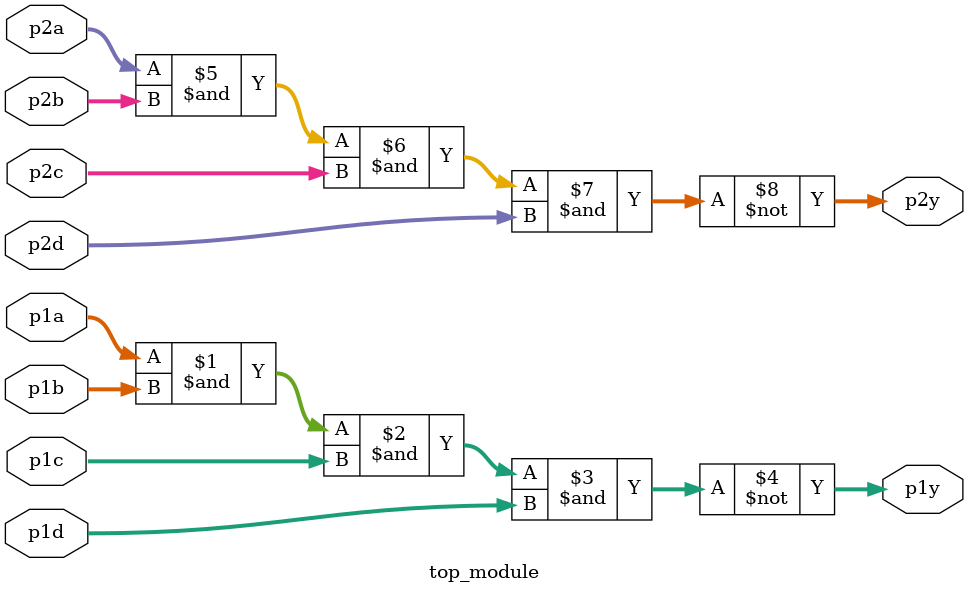
<source format=sv>
module top_module(
	input [7:0] p1a,
	input [7:0] p1b,
	input [7:0] p1c,
	input [7:0] p1d,
	output [7:0] p1y,
	input [7:0] p2a,
	input [7:0] p2b,
	input [7:0] p2c,
	input [7:0] p2d,
	output [7:0] p2y
);
  
  assign p1y = ~(p1a & p1b & p1c & p1d);
  assign p2y = ~(p2a & p2b & p2c & p2d);
  
endmodule

</source>
